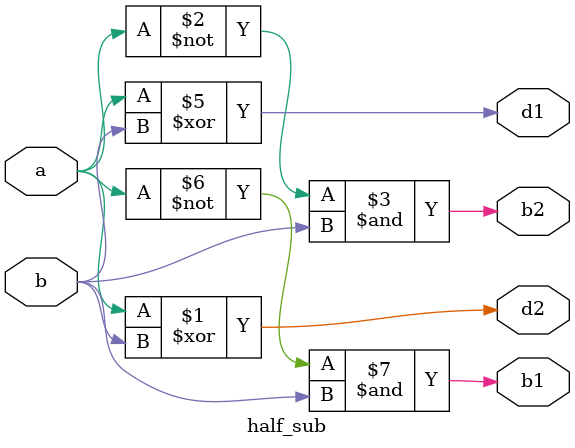
<source format=v>
module half_sub(a,b,d1,d2,b1,b2);
  input wire a,b;
  output reg d1,b1;
  output d2,b2;
  
  assign d2 = a^b;     
  assign b2 = ~a&b;
  
  always @ (a,b)        
    begin
      d1 = a^b;
      b1 = ~a&b;
    end
endmodule
</source>
